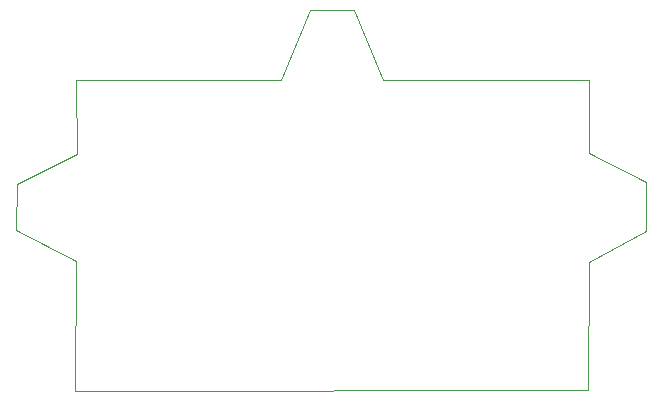
<source format=gbr>
%TF.GenerationSoftware,KiCad,Pcbnew,7.0.2-0*%
%TF.CreationDate,2023-11-12T18:26:11-05:00*%
%TF.ProjectId,LCD Module,4c434420-4d6f-4647-956c-652e6b696361,rev?*%
%TF.SameCoordinates,Original*%
%TF.FileFunction,Profile,NP*%
%FSLAX46Y46*%
G04 Gerber Fmt 4.6, Leading zero omitted, Abs format (unit mm)*
G04 Created by KiCad (PCBNEW 7.0.2-0) date 2023-11-12 18:26:11*
%MOMM*%
%LPD*%
G01*
G04 APERTURE LIST*
%TA.AperFunction,Profile*%
%ADD10C,0.100000*%
%TD*%
G04 APERTURE END LIST*
D10*
X127338672Y-69371196D02*
X144733283Y-69373465D01*
X144726197Y-75584557D01*
X149604038Y-78057763D01*
X149604037Y-82197311D01*
X144726196Y-84804105D01*
X144687188Y-95669056D01*
X101218097Y-95712709D01*
X101301726Y-84692341D01*
X96263014Y-82084529D01*
X96339481Y-78170544D01*
X101358850Y-75648004D01*
X101330251Y-69366766D01*
X118629393Y-69371196D01*
X121130708Y-63497731D01*
X124845389Y-63497731D01*
X127338672Y-69371196D01*
M02*

</source>
